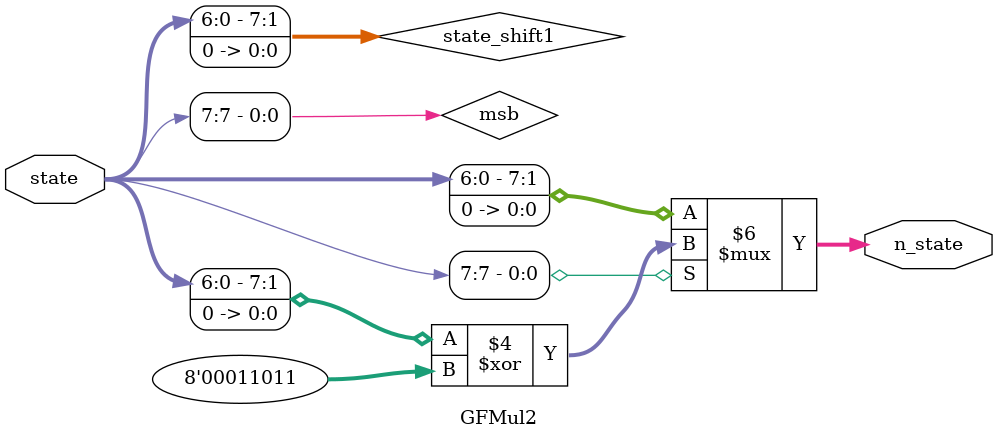
<source format=v>
`timescale 1ns / 1ps
module GFMul2(
    input [7:0] state, // one byte
    output reg [7:0] n_state // one byte
);
wire msb;
wire [7:0]state_shift1;

assign msb = state[7];
assign state_shift1 = state << 1;

always @(*) begin
    if (msb == 1)
        n_state = state_shift1 ^ 8'h1b; 
    else
        n_state = state_shift1;
end
endmodule
</source>
